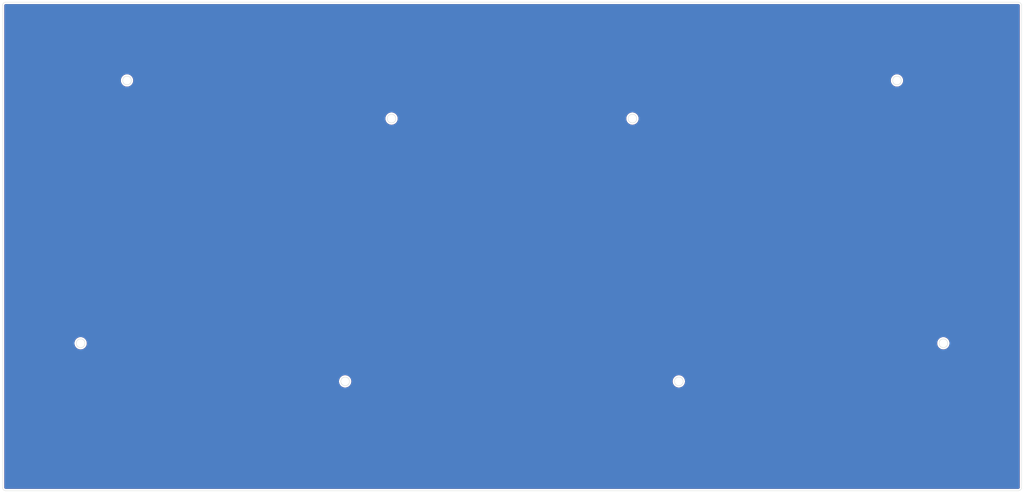
<source format=kicad_pcb>
(kicad_pcb (version 20211014) (generator pcbnew)
  (layers (0 "F.Cu" signal) (31 "B.Cu" signal) (34 "B.Paste" user) (35 "F.Paste" user) (36 "B.SilkS" user "B.Silkscreen") (37 "F.SilkS" user "F.Silkscreen") (38 "B.Mask" user) (39 "F.Mask" user) (44 "Edge.Cuts" user))
  (net 0 "")
  (footprint "Custom:M2 hole" (layer "F.Cu") (at 253.964767 170.817015)
    (fp_text reference "REF**" hide)
    (fp_text value "M2 hole")
    (fp_circle (center 0 0) (end 1.25 0) (layer "Edge.Cuts") (width 0.12) (fill none))
  )
  (footprint "Custom:M2 hole" (layer "F.Cu") (at 83.326775 159.930097)
    (fp_text reference "REF**" hide)
    (fp_text value "M2 hole")
    (fp_circle (center 0 0) (end 1.25 0) (layer "Edge.Cuts") (width 0.12) (fill none))
  )
  (footprint "Custom:M2 hole" (layer "F.Cu") (at 96.558766 84.887746)
    (fp_text reference "REF**" hide)
    (fp_text value "M2 hole")
    (fp_circle (center 0 0) (end 1.25 0) (layer "Edge.Cuts") (width 0.12) (fill none))
  )
  (footprint "Custom:M2 hole" (layer "F.Cu") (at 158.782625 170.817015)
    (fp_text reference "REF**" hide)
    (fp_text value "M2 hole")
    (fp_circle (center 0 0) (end 1.25 0) (layer "Edge.Cuts") (width 0.12) (fill none))
  )
  (footprint "Custom:M2 hole" (layer "F.Cu") (at 172.014616 95.774664)
    (fp_text reference "REF**" hide)
    (fp_text value "M2 hole")
    (fp_circle (center 0 0) (end 1.25 0) (layer "Edge.Cuts") (width 0.12) (fill none))
  )
  (footprint "Custom:M2 hole" (layer "F.Cu") (at 316.188626 84.887746)
    (fp_text reference "REF**" hide)
    (fp_text value "M2 hole")
    (fp_circle (center 0 0) (end 1.25 0) (layer "Edge.Cuts") (width 0.12) (fill none))
  )
  (footprint "Custom:M2 hole" (layer "F.Cu") (at 329.420617 159.930097)
    (fp_text reference "REF**" hide)
    (fp_text value "M2 hole")
    (fp_circle (center 0 0) (end 1.25 0) (layer "Edge.Cuts") (width 0.12) (fill none))
  )
  (footprint "Custom:M2 hole" (layer "F.Cu") (at 240.732776 95.774664)
    (fp_text reference "REF**" hide)
    (fp_text value "M2 hole")
    (fp_circle (center 0 0) (end 1.25 0) (layer "Edge.Cuts") (width 0.12) (fill none))
  )
  (gr_line (start 61.933233 202.020758) (end 350.823233 202.020758) (layer "Edge.Cuts") (width 0.1))
  (gr_line (start 350.823233 62.568548) (end 61.933233 62.568548) (layer "Edge.Cuts") (width 0.1))
  (gr_arc (start 61.037128 63.464653) (mid 61.299651 62.831071) (end 61.933233 62.568548) (layer "Edge.Cuts") (width 0.1))
  (gr_arc (start 61.933233 202.020758) (mid 61.299651 201.758235) (end 61.037128 201.124653) (layer "Edge.Cuts") (width 0.1))
  (gr_line (start 351.719338 201.124653) (end 351.719338 63.464653) (layer "Edge.Cuts") (width 0.1))
  (gr_arc (start 350.823233 62.568548) (mid 351.456815 62.831071) (end 351.719338 63.464653) (layer "Edge.Cuts") (width 0.1))
  (gr_arc (start 351.719338 201.124653) (mid 351.456815 201.758235) (end 350.823233 202.020758) (layer "Edge.Cuts") (width 0.1))
  (gr_line (start 61.037128 63.464653) (end 61.037128 201.124653) (layer "Edge.Cuts") (width 0.1))
  (zone (net 0) (net_name "") (layers F&B.Cu) (connect_pads (clearance 0.508)) (min_thickness 0.254) (fill yes (thermal_gap 0.508) (thermal_bridge_width 0.508))
    (polygon (pts (xy 352.425 202.40625) (xy 60.325 202.40625) (xy 60.325 61.9125) (xy 352.425 61.9125)))
  )
)
</source>
